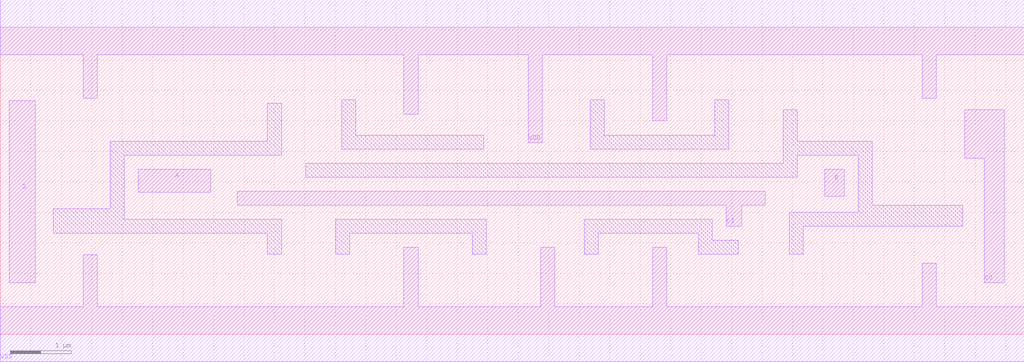
<source format=lef>
# Copyright 2022 GlobalFoundries PDK Authors
#
# Licensed under the Apache License, Version 2.0 (the "License");
# you may not use this file except in compliance with the License.
# You may obtain a copy of the License at
#
#      http://www.apache.org/licenses/LICENSE-2.0
#
# Unless required by applicable law or agreed to in writing, software
# distributed under the License is distributed on an "AS IS" BASIS,
# WITHOUT WARRANTIES OR CONDITIONS OF ANY KIND, either express or implied.
# See the License for the specific language governing permissions and
# limitations under the License.

MACRO gf180mcu_fd_sc_mcu9t5v0__addf_1
  CLASS core ;
  FOREIGN gf180mcu_fd_sc_mcu9t5v0__addf_1 0.0 0.0 ;
  ORIGIN 0 0 ;
  SYMMETRY X Y ;
  SITE GF018hv5v_green_sc9 ;
  SIZE 16.8 BY 5.04 ;
  PIN A
    DIRECTION INPUT ;
    ANTENNAGATEAREA 3.396 ;
    PORT
      LAYER Metal1 ;
        POLYGON 2.265 2.33 3.455 2.33 3.455 2.71 2.265 2.71  ;
    END
  END A
  PIN B
    DIRECTION INPUT ;
    ANTENNAGATEAREA 3.396 ;
    PORT
      LAYER Metal1 ;
        POLYGON 13.525 2.265 13.85 2.265 13.85 2.71 13.525 2.71  ;
    END
  END B
  PIN CI
    DIRECTION INPUT ;
    ANTENNAGATEAREA 2.547 ;
    PORT
      LAYER Metal1 ;
        POLYGON 3.89 2.115 7.975 2.115 11.91 2.115 11.91 1.77 12.11 1.77 12.17 1.77 12.17 2.115 12.55 2.115 12.55 2.345 12.11 2.345 7.975 2.345 3.89 2.345  ;
    END
  END CI
  PIN CO
    DIRECTION OUTPUT ;
    ANTENNADIFFAREA 1.386 ;
    PORT
      LAYER Metal1 ;
        POLYGON 15.83 2.89 16.145 2.89 16.145 0.845 16.475 0.845 16.475 3.685 15.83 3.685  ;
    END
  END CO
  PIN S
    DIRECTION OUTPUT ;
    ANTENNADIFFAREA 1.3244 ;
    PORT
      LAYER Metal1 ;
        POLYGON 0.15 0.845 0.575 0.845 0.575 3.83 0.15 3.83  ;
    END
  END S
  PIN VDD
    DIRECTION INOUT ;
    USE power ;
    SHAPE ABUTMENT ;
    PORT
      LAYER Metal1 ;
        POLYGON 0 4.59 1.365 4.59 1.365 3.875 1.595 3.875 1.595 4.59 4.615 4.59 6.625 4.59 6.625 3.61 6.855 3.61 6.855 4.59 7.93 4.59 8.665 4.59 8.665 3.14 8.895 3.14 8.895 4.59 10.705 4.59 10.705 3.505 10.935 3.505 10.935 4.59 11.955 4.59 15.125 4.59 15.125 3.875 15.355 3.875 15.355 4.59 15.795 4.59 16.8 4.59 16.8 5.49 15.795 5.49 11.955 5.49 7.93 5.49 4.615 5.49 0 5.49  ;
    END
  END VDD
  PIN VSS
    DIRECTION INOUT ;
    USE ground ;
    SHAPE ABUTMENT ;
    PORT
      LAYER Metal1 ;
        POLYGON 0 -0.45 16.8 -0.45 16.8 0.45 15.355 0.45 15.355 1.165 15.125 1.165 15.125 0.45 10.935 0.45 10.935 1.425 10.705 1.425 10.705 0.45 9.095 0.45 9.095 1.425 8.865 1.425 8.865 0.45 6.855 0.45 6.855 1.425 6.625 1.425 6.625 0.45 1.595 0.45 1.595 1.305 1.365 1.305 1.365 0.45 0 0.45  ;
    END
  END VSS
  OBS
      LAYER Metal1 ;
        POLYGON 2.035 2.94 4.615 2.94 4.615 3.79 4.385 3.79 4.385 3.17 1.805 3.17 1.805 2.06 0.87 2.06 0.87 1.655 4.385 1.655 4.385 1.315 4.615 1.315 4.615 1.885 2.035 1.885  ;
        POLYGON 5.605 3.035 7.93 3.035 7.93 3.265 5.835 3.265 5.835 3.845 5.605 3.845  ;
        POLYGON 5.505 1.315 5.735 1.315 5.735 1.655 7.745 1.655 7.745 1.315 7.975 1.315 7.975 1.885 5.505 1.885  ;
        POLYGON 9.685 3.035 11.955 3.035 11.955 3.845 11.725 3.845 11.725 3.265 9.915 3.265 9.915 3.845 9.685 3.845  ;
        POLYGON 9.585 1.315 9.815 1.315 9.815 1.655 11.45 1.655 11.45 1.31 12.11 1.31 12.11 1.54 11.68 1.54 11.68 1.885 9.585 1.885  ;
        POLYGON 5.01 2.575 13.075 2.575 13.075 2.94 14.08 2.94 14.08 2.005 12.945 2.005 12.945 1.315 13.175 1.315 13.175 1.775 15.795 1.775 15.795 2.115 14.31 2.115 14.31 3.17 13.075 3.17 13.075 3.685 12.845 3.685 12.845 2.805 5.01 2.805  ;
  END
END gf180mcu_fd_sc_mcu9t5v0__addf_1

</source>
